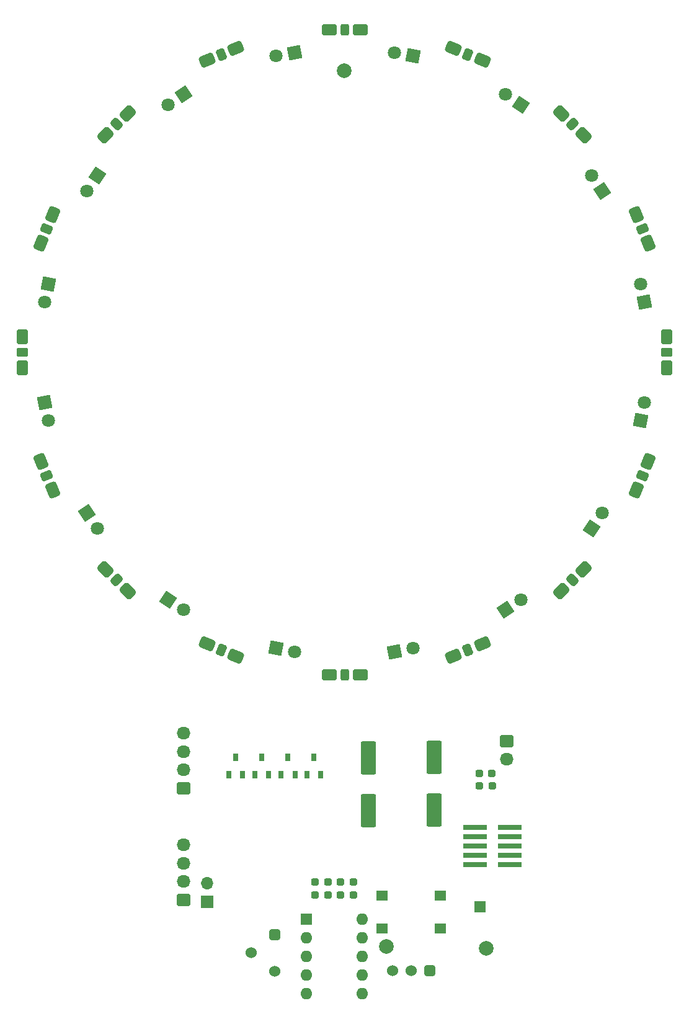
<source format=gbr>
%TF.GenerationSoftware,KiCad,Pcbnew,(6.0.11)*%
%TF.CreationDate,2024-02-10T16:44:09+09:00*%
%TF.ProjectId,IR,49522e6b-6963-4616-945f-706362585858,rev?*%
%TF.SameCoordinates,Original*%
%TF.FileFunction,Soldermask,Top*%
%TF.FilePolarity,Negative*%
%FSLAX46Y46*%
G04 Gerber Fmt 4.6, Leading zero omitted, Abs format (unit mm)*
G04 Created by KiCad (PCBNEW (6.0.11)) date 2024-02-10 16:44:09*
%MOMM*%
%LPD*%
G01*
G04 APERTURE LIST*
G04 Aperture macros list*
%AMRoundRect*
0 Rectangle with rounded corners*
0 $1 Rounding radius*
0 $2 $3 $4 $5 $6 $7 $8 $9 X,Y pos of 4 corners*
0 Add a 4 corners polygon primitive as box body*
4,1,4,$2,$3,$4,$5,$6,$7,$8,$9,$2,$3,0*
0 Add four circle primitives for the rounded corners*
1,1,$1+$1,$2,$3*
1,1,$1+$1,$4,$5*
1,1,$1+$1,$6,$7*
1,1,$1+$1,$8,$9*
0 Add four rect primitives between the rounded corners*
20,1,$1+$1,$2,$3,$4,$5,0*
20,1,$1+$1,$4,$5,$6,$7,0*
20,1,$1+$1,$6,$7,$8,$9,0*
20,1,$1+$1,$8,$9,$2,$3,0*%
%AMRotRect*
0 Rectangle, with rotation*
0 The origin of the aperture is its center*
0 $1 length*
0 $2 width*
0 $3 Rotation angle, in degrees counterclockwise*
0 Add horizontal line*
21,1,$1,$2,0,0,$3*%
G04 Aperture macros list end*
%ADD10RoundRect,0.400000X0.176777X0.742462X-0.742462X-0.176777X-0.176777X-0.742462X0.742462X0.176777X0*%
%ADD11RoundRect,0.300000X-0.141421X0.565685X-0.565685X0.141421X0.141421X-0.565685X0.565685X-0.141421X0*%
%ADD12R,0.700000X1.000000*%
%ADD13RotRect,1.800000X1.800000X33.750000*%
%ADD14C,1.800000*%
%ADD15RotRect,1.800000X1.800000X213.750000*%
%ADD16RoundRect,0.381000X-0.381000X0.381000X-0.381000X-0.381000X0.381000X-0.381000X0.381000X0.381000X0*%
%ADD17C,1.524000*%
%ADD18RotRect,1.800000X1.800000X191.250000*%
%ADD19R,3.250000X0.740000*%
%ADD20RotRect,1.800000X1.800000X101.250000*%
%ADD21RoundRect,0.250001X-0.799999X1.999999X-0.799999X-1.999999X0.799999X-1.999999X0.799999X1.999999X0*%
%ADD22RotRect,1.800000X1.800000X11.300000*%
%ADD23R,1.600000X1.600000*%
%ADD24O,1.600000X1.600000*%
%ADD25RotRect,1.800000X1.800000X123.750000*%
%ADD26RoundRect,0.237500X-0.287500X-0.237500X0.287500X-0.237500X0.287500X0.237500X-0.287500X0.237500X0*%
%ADD27RoundRect,0.400000X-0.176777X-0.742462X0.742462X0.176777X0.176777X0.742462X-0.742462X-0.176777X0*%
%ADD28RoundRect,0.300000X0.141421X-0.565685X0.565685X-0.141421X-0.141421X0.565685X-0.565685X0.141421X0*%
%ADD29R,1.600000X1.400000*%
%ADD30RotRect,1.800000X1.800000X326.250000*%
%ADD31RoundRect,0.400000X0.650000X0.400000X-0.650000X0.400000X-0.650000X-0.400000X0.650000X-0.400000X0*%
%ADD32RoundRect,0.300000X0.300000X0.500000X-0.300000X0.500000X-0.300000X-0.500000X0.300000X-0.500000X0*%
%ADD33RotRect,1.800000X1.800000X348.750000*%
%ADD34RotRect,1.800000X1.800000X146.250000*%
%ADD35RoundRect,0.237500X0.287500X0.237500X-0.287500X0.237500X-0.287500X-0.237500X0.287500X-0.237500X0*%
%ADD36RotRect,1.800000X1.800000X168.750000*%
%ADD37RotRect,1.800000X1.800000X56.250000*%
%ADD38RoundRect,0.400000X0.742462X-0.176777X-0.176777X0.742462X-0.742462X0.176777X0.176777X-0.742462X0*%
%ADD39RoundRect,0.300000X0.565685X0.141421X0.141421X0.565685X-0.565685X-0.141421X-0.141421X-0.565685X0*%
%ADD40RoundRect,0.400000X0.447448X0.618296X-0.753595X0.120808X-0.447448X-0.618296X0.753595X-0.120808X0*%
%ADD41RoundRect,0.300000X0.085822X0.576745X-0.468506X0.347135X-0.085822X-0.576745X0.468506X-0.347135X0*%
%ADD42RoundRect,0.400000X-0.742462X0.176777X0.176777X-0.742462X0.742462X-0.176777X-0.176777X0.742462X0*%
%ADD43RoundRect,0.300000X-0.565685X-0.141421X-0.141421X-0.565685X0.565685X0.141421X0.141421X0.565685X0*%
%ADD44RotRect,1.800000X1.800000X78.750000*%
%ADD45RoundRect,0.400000X-0.120808X0.753595X-0.618296X-0.447448X0.120808X-0.753595X0.618296X0.447448X0*%
%ADD46RoundRect,0.300000X-0.347135X0.468506X-0.576745X-0.085822X0.347135X-0.468506X0.576745X0.085822X0*%
%ADD47RotRect,1.800000X1.800000X236.250000*%
%ADD48R,1.500000X1.500000*%
%ADD49RoundRect,0.400000X0.400000X-0.650000X0.400000X0.650000X-0.400000X0.650000X-0.400000X-0.650000X0*%
%ADD50RoundRect,0.300000X0.500000X-0.300000X0.500000X0.300000X-0.500000X0.300000X-0.500000X-0.300000X0*%
%ADD51RotRect,1.800000X1.800000X281.250000*%
%ADD52RoundRect,0.400000X-0.447448X-0.618296X0.753595X-0.120808X0.447448X0.618296X-0.753595X0.120808X0*%
%ADD53RoundRect,0.300000X-0.085822X-0.576745X0.468506X-0.347135X0.085822X0.576745X-0.468506X0.347135X0*%
%ADD54RotRect,1.800000X1.800000X258.750000*%
%ADD55RoundRect,0.400000X-0.753595X-0.120808X0.447448X-0.618296X0.753595X0.120808X-0.447448X0.618296X0*%
%ADD56RoundRect,0.300000X-0.468506X-0.347135X0.085822X-0.576745X0.468506X0.347135X-0.085822X0.576745X0*%
%ADD57RoundRect,0.400000X-0.400000X0.650000X-0.400000X-0.650000X0.400000X-0.650000X0.400000X0.650000X0*%
%ADD58RoundRect,0.300000X-0.500000X0.300000X-0.500000X-0.300000X0.500000X-0.300000X0.500000X0.300000X0*%
%ADD59RoundRect,0.400000X0.120808X-0.753595X0.618296X0.447448X-0.120808X0.753595X-0.618296X-0.447448X0*%
%ADD60RoundRect,0.300000X0.347135X-0.468506X0.576745X0.085822X-0.347135X0.468506X-0.576745X-0.085822X0*%
%ADD61RoundRect,0.400000X-0.618296X0.447448X-0.120808X-0.753595X0.618296X-0.447448X0.120808X0.753595X0*%
%ADD62RoundRect,0.300000X-0.576745X0.085822X-0.347135X-0.468506X0.576745X-0.085822X0.347135X0.468506X0*%
%ADD63RoundRect,0.400000X-0.650000X-0.400000X0.650000X-0.400000X0.650000X0.400000X-0.650000X0.400000X0*%
%ADD64RoundRect,0.300000X-0.300000X-0.500000X0.300000X-0.500000X0.300000X0.500000X-0.300000X0.500000X0*%
%ADD65RoundRect,0.381000X-0.381000X-0.381000X0.381000X-0.381000X0.381000X0.381000X-0.381000X0.381000X0*%
%ADD66RotRect,1.800000X1.800000X303.750000*%
%ADD67RoundRect,0.400000X0.753595X0.120808X-0.447448X0.618296X-0.753595X-0.120808X0.447448X-0.618296X0*%
%ADD68RoundRect,0.300000X0.468506X0.347135X-0.085822X0.576745X-0.468506X-0.347135X0.085822X-0.576745X0*%
%ADD69R,1.700000X1.700000*%
%ADD70O,1.700000X1.700000*%
%ADD71RoundRect,0.400000X0.618296X-0.447448X0.120808X0.753595X-0.618296X0.447448X-0.120808X-0.753595X0*%
%ADD72RoundRect,0.300000X0.576745X-0.085822X0.347135X0.468506X-0.576745X0.085822X-0.347135X-0.468506X0*%
%ADD73C,2.000000*%
%ADD74RoundRect,0.250000X0.675000X-0.600000X0.675000X0.600000X-0.675000X0.600000X-0.675000X-0.600000X0*%
%ADD75O,1.850000X1.700000*%
%ADD76RoundRect,0.250000X-0.675000X0.600000X-0.675000X-0.600000X0.675000X-0.600000X0.675000X0.600000X0*%
G04 APERTURE END LIST*
D10*
%TO.C,U12*%
X107856369Y-46655723D03*
D11*
X106357303Y-48154789D03*
D10*
X104858237Y-49653855D03*
%TD*%
D12*
%TO.C,Q13*%
X121660000Y-136939999D03*
X123560000Y-136939999D03*
X122610000Y-134539999D03*
%TD*%
D13*
%TO.C,D13*%
X159447981Y-114445752D03*
D14*
X161559914Y-113034604D03*
%TD*%
D15*
%TO.C,D21*%
X115492026Y-44089183D03*
D14*
X113380093Y-45500331D03*
%TD*%
D16*
%TO.C,SW2*%
X149110000Y-163669999D03*
D17*
X146570000Y-163669999D03*
X144030000Y-163669999D03*
%TD*%
D18*
%TO.C,D20*%
X130627159Y-38356325D03*
D14*
X128135964Y-38851854D03*
%TD*%
D19*
%TO.C,J2*%
X155305000Y-144159999D03*
X160055000Y-144159999D03*
X155305000Y-145429999D03*
X160055000Y-145429999D03*
X155305000Y-146699999D03*
X160055000Y-146699999D03*
X155305000Y-147969999D03*
X160055000Y-147969999D03*
X155305000Y-149239999D03*
X160055000Y-149239999D03*
%TD*%
D20*
%TO.C,D16*%
X178381128Y-72424600D03*
D14*
X177885599Y-69933405D03*
%TD*%
D21*
%TO.C,C28*%
X140760000Y-134639999D03*
X140760000Y-141839999D03*
%TD*%
D22*
%TO.C,D12*%
X144310896Y-120180090D03*
D14*
X146801657Y-119682387D03*
%TD*%
D23*
%TO.C,SW1*%
X132235000Y-156684999D03*
D24*
X132235000Y-159224999D03*
X132235000Y-161764999D03*
X132235000Y-164304999D03*
X132235000Y-166844999D03*
X139855000Y-166844999D03*
X139855000Y-164304999D03*
X139855000Y-161764999D03*
X139855000Y-159224999D03*
X139855000Y-156684999D03*
%TD*%
D12*
%TO.C,Q15*%
X128790000Y-136929999D03*
X130690000Y-136929999D03*
X129740000Y-134529999D03*
%TD*%
D25*
%TO.C,D17*%
X172648310Y-57289473D03*
D14*
X171237162Y-55177540D03*
%TD*%
D26*
%TO.C,D5*%
X136945000Y-153359999D03*
X138695000Y-153359999D03*
%TD*%
D27*
%TO.C,U3*%
X167083638Y-111879212D03*
D28*
X168582704Y-110380146D03*
D27*
X170081770Y-108881080D03*
%TD*%
D29*
%TO.C,SW4*%
X142570000Y-157919999D03*
X150570000Y-157919999D03*
X142570000Y-153419999D03*
X150570000Y-153419999D03*
%TD*%
D30*
%TO.C,D26*%
X113380098Y-113034604D03*
D14*
X115492031Y-114445752D03*
%TD*%
D31*
%TO.C,U10*%
X139590006Y-35267449D03*
D32*
X137470006Y-35267449D03*
D31*
X135350006Y-35267449D03*
%TD*%
D33*
%TO.C,D27*%
X128135964Y-119683040D03*
D14*
X130627159Y-120178569D03*
%TD*%
D34*
%TO.C,D18*%
X161559914Y-45500293D03*
D14*
X159447981Y-44089145D03*
%TD*%
D12*
%TO.C,Q16*%
X132340000Y-136929999D03*
X134240000Y-136929999D03*
X133290000Y-134529999D03*
%TD*%
D35*
%TO.C,D3*%
X135195000Y-153359999D03*
X133445000Y-153359999D03*
%TD*%
D36*
%TO.C,D19*%
X146804048Y-38851854D03*
D14*
X144312853Y-38356325D03*
%TD*%
D35*
%TO.C,D8*%
X157590000Y-136769999D03*
X155840000Y-136769999D03*
%TD*%
D37*
%TO.C,D14*%
X171237162Y-103357356D03*
D14*
X172648310Y-101245423D03*
%TD*%
D38*
%TO.C,U8*%
X170081769Y-49653817D03*
D39*
X168582703Y-48154751D03*
D38*
X167083637Y-46655685D03*
%TD*%
D40*
%TO.C,U11*%
X122590560Y-37805462D03*
D41*
X120631935Y-38616751D03*
D40*
X118673310Y-39428040D03*
%TD*%
D42*
%TO.C,U16*%
X104858242Y-108881080D03*
D43*
X106357308Y-110380146D03*
D42*
X107856374Y-111879212D03*
%TD*%
D35*
%TO.C,D6*%
X135195000Y-151609999D03*
X133445000Y-151609999D03*
%TD*%
D21*
%TO.C,C27*%
X149690000Y-134559999D03*
X149690000Y-141759999D03*
%TD*%
D44*
%TO.C,D15*%
X177885599Y-88601491D03*
D14*
X178381128Y-86110296D03*
%TD*%
D45*
%TO.C,U13*%
X97630590Y-60470791D03*
D46*
X96819301Y-62429416D03*
D45*
X96008012Y-64388041D03*
%TD*%
D47*
%TO.C,D22*%
X103702845Y-55177580D03*
D14*
X102291697Y-57289513D03*
%TD*%
D48*
%TO.C,H3*%
X155930000Y-154979999D03*
%TD*%
D49*
%TO.C,U6*%
X181470005Y-81387449D03*
D50*
X181470005Y-79267449D03*
D49*
X181470005Y-77147449D03*
%TD*%
D51*
%TO.C,D24*%
X96558879Y-86110335D03*
D14*
X97054408Y-88601530D03*
%TD*%
D52*
%TO.C,U2*%
X152349452Y-120729436D03*
D53*
X154308077Y-119918147D03*
D52*
X156266702Y-119106858D03*
%TD*%
D54*
%TO.C,D23*%
X97054408Y-69933445D03*
D14*
X96558879Y-72424640D03*
%TD*%
D55*
%TO.C,U17*%
X118673310Y-119106858D03*
D56*
X120631935Y-119918147D03*
D55*
X122590560Y-120729436D03*
%TD*%
D57*
%TO.C,U14*%
X93470001Y-77147486D03*
D58*
X93470001Y-79267486D03*
D57*
X93470001Y-81387486D03*
%TD*%
D12*
%TO.C,Q14*%
X125220000Y-136929999D03*
X127120000Y-136929999D03*
X126170000Y-134529999D03*
%TD*%
D59*
%TO.C,U4*%
X177309416Y-98064144D03*
D60*
X178120705Y-96105519D03*
D59*
X178931994Y-94146894D03*
%TD*%
D61*
%TO.C,U15*%
X96008019Y-94146894D03*
D62*
X96819308Y-96105519D03*
D61*
X97630597Y-98064144D03*
%TD*%
D63*
%TO.C,U1*%
X135350006Y-123267448D03*
D64*
X137470006Y-123267448D03*
D63*
X139590006Y-123267448D03*
%TD*%
D35*
%TO.C,D11*%
X157615000Y-138429999D03*
X155865000Y-138429999D03*
%TD*%
D65*
%TO.C,SW3*%
X127930000Y-158779999D03*
D17*
X124730000Y-161279999D03*
X127930000Y-163779999D03*
%TD*%
D26*
%TO.C,D4*%
X136945000Y-151609999D03*
X138695000Y-151609999D03*
%TD*%
D66*
%TO.C,D25*%
X102291702Y-101245423D03*
D14*
X103702850Y-103357356D03*
%TD*%
D67*
%TO.C,U9*%
X156266702Y-39428040D03*
D68*
X154308077Y-38616751D03*
D67*
X152349452Y-37805462D03*
%TD*%
D69*
%TO.C,JP1*%
X118745000Y-154309999D03*
D70*
X118745000Y-151769999D03*
%TD*%
D71*
%TO.C,U7*%
X178931994Y-64388003D03*
D72*
X178120705Y-62429378D03*
D71*
X177309416Y-60470753D03*
%TD*%
D73*
%TO.C,TP1*%
X137430000Y-40819999D03*
%TD*%
D74*
%TO.C,J4*%
X115470000Y-154029999D03*
D75*
X115470000Y-151529999D03*
X115470000Y-149029999D03*
X115470000Y-146529999D03*
%TD*%
D73*
%TO.C,TP3*%
X156820000Y-160619999D03*
%TD*%
D74*
%TO.C,J3*%
X115470000Y-138779999D03*
D75*
X115470000Y-136279999D03*
X115470000Y-133779999D03*
X115470000Y-131279999D03*
%TD*%
D76*
%TO.C,J1*%
X159620000Y-132359999D03*
D75*
X159620000Y-134859999D03*
%TD*%
D73*
%TO.C,TP2*%
X143200000Y-160419999D03*
%TD*%
M02*

</source>
